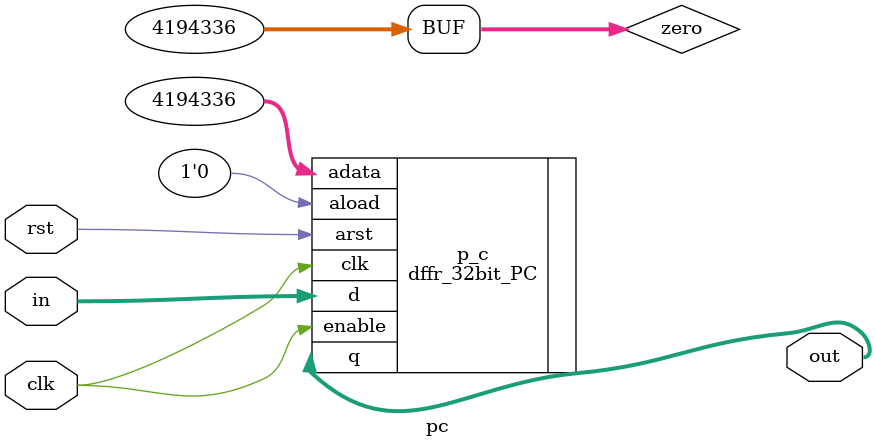
<source format=v>
module pc(clk, rst, in, out);
    input clk;
    input rst;
    input [31:0] in;
    output wire [31:0] out;
    
    
    wire [31:0] zero;
    assign zero  = 32'h00400020;

    
    dffr_32bit_PC p_c(.clk(clk), .d(in), .q(out), .arst(rst), .aload(1'b0), .adata(zero), .enable(clk));
   
   endmodule

</source>
